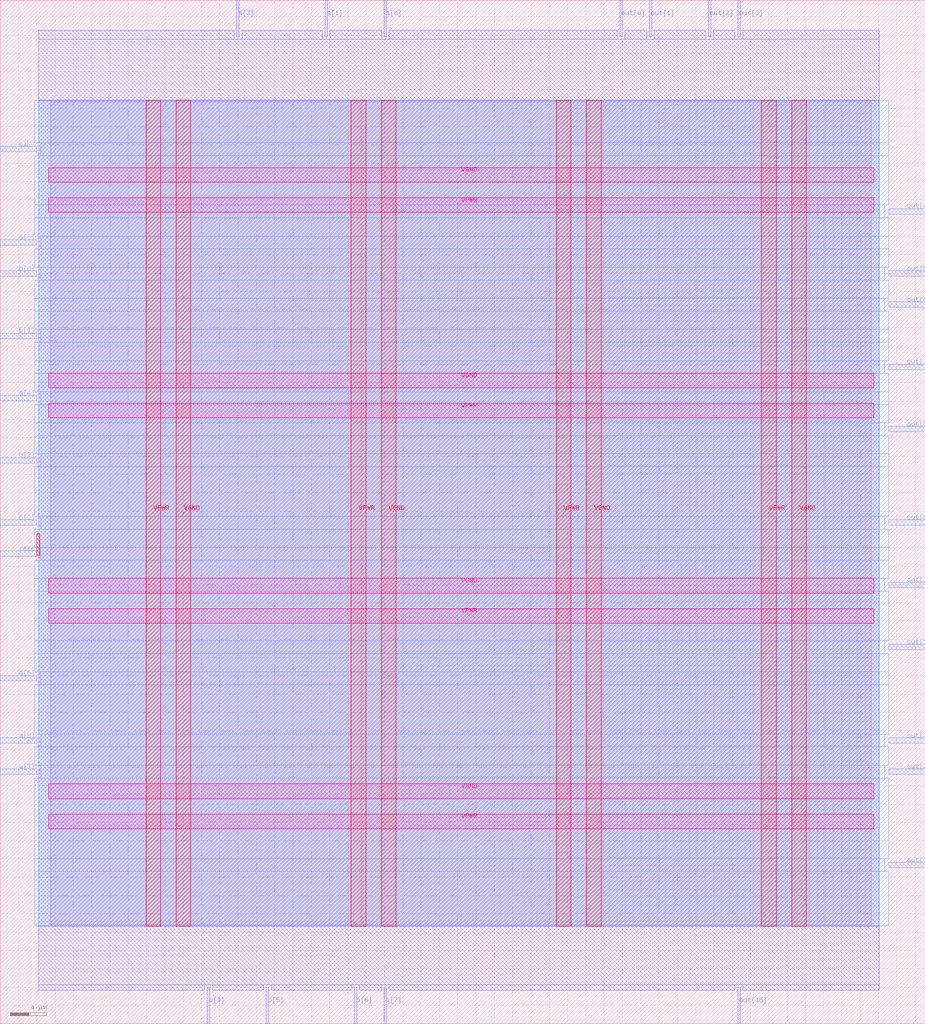
<source format=lef>
VERSION 5.7 ;
  NOWIREEXTENSIONATPIN ON ;
  DIVIDERCHAR "/" ;
  BUSBITCHARS "[]" ;
MACRO pipelined_multiplier
  CLASS BLOCK ;
  FOREIGN pipelined_multiplier ;
  ORIGIN 0.000 0.000 ;
  SIZE 101.095 BY 111.815 ;
  PIN VGND
    DIRECTION INOUT ;
    USE GROUND ;
    PORT
      LAYER met4 ;
        RECT 19.230 10.640 20.830 100.880 ;
    END
    PORT
      LAYER met4 ;
        RECT 41.655 10.640 43.255 100.880 ;
    END
    PORT
      LAYER met4 ;
        RECT 64.080 10.640 65.680 100.880 ;
    END
    PORT
      LAYER met4 ;
        RECT 86.505 10.640 88.105 100.880 ;
    END
    PORT
      LAYER met5 ;
        RECT 5.280 24.600 95.460 26.200 ;
    END
    PORT
      LAYER met5 ;
        RECT 5.280 47.040 95.460 48.640 ;
    END
    PORT
      LAYER met5 ;
        RECT 5.280 69.480 95.460 71.080 ;
    END
    PORT
      LAYER met5 ;
        RECT 5.280 91.920 95.460 93.520 ;
    END
  END VGND
  PIN VPWR
    DIRECTION INOUT ;
    USE POWER ;
    PORT
      LAYER met4 ;
        RECT 15.930 10.640 17.530 100.880 ;
    END
    PORT
      LAYER met4 ;
        RECT 38.355 10.640 39.955 100.880 ;
    END
    PORT
      LAYER met4 ;
        RECT 60.780 10.640 62.380 100.880 ;
    END
    PORT
      LAYER met4 ;
        RECT 83.205 10.640 84.805 100.880 ;
    END
    PORT
      LAYER met5 ;
        RECT 5.280 21.300 95.460 22.900 ;
    END
    PORT
      LAYER met5 ;
        RECT 5.280 43.740 95.460 45.340 ;
    END
    PORT
      LAYER met5 ;
        RECT 5.280 66.180 95.460 67.780 ;
    END
    PORT
      LAYER met5 ;
        RECT 5.280 88.620 95.460 90.220 ;
    END
  END VPWR
  PIN a[0]
    DIRECTION INPUT ;
    USE SIGNAL ;
    ANTENNAGATEAREA 0.196500 ;
    PORT
      LAYER met2 ;
        RECT 41.950 107.815 42.230 111.815 ;
    END
  END a[0]
  PIN a[1]
    DIRECTION INPUT ;
    USE SIGNAL ;
    ANTENNAGATEAREA 0.196500 ;
    PORT
      LAYER met2 ;
        RECT 35.510 107.815 35.790 111.815 ;
    END
  END a[1]
  PIN a[2]
    DIRECTION INPUT ;
    USE SIGNAL ;
    ANTENNAGATEAREA 0.196500 ;
    PORT
      LAYER met2 ;
        RECT 25.850 107.815 26.130 111.815 ;
    END
  END a[2]
  PIN a[3]
    DIRECTION INPUT ;
    USE SIGNAL ;
    ANTENNAGATEAREA 0.196500 ;
    PORT
      LAYER met3 ;
        RECT 0.000 85.040 4.000 85.640 ;
    END
  END a[3]
  PIN a[4]
    DIRECTION INPUT ;
    USE SIGNAL ;
    ANTENNAGATEAREA 0.196500 ;
    PORT
      LAYER met3 ;
        RECT 0.000 68.040 4.000 68.640 ;
    END
  END a[4]
  PIN a[5]
    DIRECTION INPUT ;
    USE SIGNAL ;
    ANTENNAGATEAREA 0.196500 ;
    PORT
      LAYER met3 ;
        RECT 0.000 37.440 4.000 38.040 ;
    END
  END a[5]
  PIN a[6]
    DIRECTION INPUT ;
    USE SIGNAL ;
    ANTENNAGATEAREA 0.196500 ;
    PORT
      LAYER met3 ;
        RECT 0.000 30.640 4.000 31.240 ;
    END
  END a[6]
  PIN a[7]
    DIRECTION INPUT ;
    USE SIGNAL ;
    ANTENNAGATEAREA 0.196500 ;
    PORT
      LAYER met3 ;
        RECT 0.000 27.240 4.000 27.840 ;
    END
  END a[7]
  PIN b[0]
    DIRECTION INPUT ;
    USE SIGNAL ;
    ANTENNAGATEAREA 0.196500 ;
    PORT
      LAYER met3 ;
        RECT 0.000 81.640 4.000 82.240 ;
    END
  END b[0]
  PIN b[1]
    DIRECTION INPUT ;
    USE SIGNAL ;
    ANTENNAGATEAREA 0.196500 ;
    PORT
      LAYER met3 ;
        RECT 0.000 74.840 4.000 75.440 ;
    END
  END b[1]
  PIN b[2]
    DIRECTION INPUT ;
    USE SIGNAL ;
    ANTENNAGATEAREA 0.196500 ;
    PORT
      LAYER met3 ;
        RECT 0.000 54.440 4.000 55.040 ;
    END
  END b[2]
  PIN b[3]
    DIRECTION INPUT ;
    USE SIGNAL ;
    ANTENNAGATEAREA 0.196500 ;
    PORT
      LAYER met3 ;
        RECT 0.000 61.240 4.000 61.840 ;
    END
  END b[3]
  PIN b[4]
    DIRECTION INPUT ;
    USE SIGNAL ;
    ANTENNAGATEAREA 0.196500 ;
    PORT
      LAYER met2 ;
        RECT 22.630 0.000 22.910 4.000 ;
    END
  END b[4]
  PIN b[5]
    DIRECTION INPUT ;
    USE SIGNAL ;
    ANTENNAGATEAREA 0.196500 ;
    PORT
      LAYER met2 ;
        RECT 29.070 0.000 29.350 4.000 ;
    END
  END b[5]
  PIN b[6]
    DIRECTION INPUT ;
    USE SIGNAL ;
    ANTENNAGATEAREA 0.196500 ;
    PORT
      LAYER met2 ;
        RECT 38.730 0.000 39.010 4.000 ;
    END
  END b[6]
  PIN b[7]
    DIRECTION INPUT ;
    USE SIGNAL ;
    ANTENNAGATEAREA 0.196500 ;
    PORT
      LAYER met2 ;
        RECT 41.950 0.000 42.230 4.000 ;
    END
  END b[7]
  PIN clk
    DIRECTION INPUT ;
    USE SIGNAL ;
    ANTENNAGATEAREA 0.742500 ;
    PORT
      LAYER met3 ;
        RECT 0.000 95.240 4.000 95.840 ;
    END
  END clk
  PIN out[0]
    DIRECTION OUTPUT TRISTATE ;
    USE SIGNAL ;
    ANTENNADIFFAREA 0.340600 ;
    PORT
      LAYER met2 ;
        RECT 67.710 107.815 67.990 111.815 ;
    END
  END out[0]
  PIN out[10]
    DIRECTION OUTPUT TRISTATE ;
    USE SIGNAL ;
    ANTENNADIFFAREA 0.340600 ;
    PORT
      LAYER met3 ;
        RECT 97.095 47.640 101.095 48.240 ;
    END
  END out[10]
  PIN out[11]
    DIRECTION OUTPUT TRISTATE ;
    USE SIGNAL ;
    ANTENNADIFFAREA 0.340600 ;
    PORT
      LAYER met3 ;
        RECT 97.095 40.840 101.095 41.440 ;
    END
  END out[11]
  PIN out[12]
    DIRECTION OUTPUT TRISTATE ;
    USE SIGNAL ;
    ANTENNADIFFAREA 0.340600 ;
    PORT
      LAYER met3 ;
        RECT 97.095 30.640 101.095 31.240 ;
    END
  END out[12]
  PIN out[13]
    DIRECTION OUTPUT TRISTATE ;
    USE SIGNAL ;
    ANTENNADIFFAREA 0.340600 ;
    PORT
      LAYER met3 ;
        RECT 97.095 27.240 101.095 27.840 ;
    END
  END out[13]
  PIN out[14]
    DIRECTION OUTPUT TRISTATE ;
    USE SIGNAL ;
    ANTENNADIFFAREA 0.340600 ;
    PORT
      LAYER met3 ;
        RECT 97.095 17.040 101.095 17.640 ;
    END
  END out[14]
  PIN out[15]
    DIRECTION OUTPUT TRISTATE ;
    USE SIGNAL ;
    ANTENNADIFFAREA 0.340600 ;
    PORT
      LAYER met2 ;
        RECT 80.590 0.000 80.870 4.000 ;
    END
  END out[15]
  PIN out[1]
    DIRECTION OUTPUT TRISTATE ;
    USE SIGNAL ;
    ANTENNADIFFAREA 0.340600 ;
    PORT
      LAYER met2 ;
        RECT 70.930 107.815 71.210 111.815 ;
    END
  END out[1]
  PIN out[2]
    DIRECTION OUTPUT TRISTATE ;
    USE SIGNAL ;
    ANTENNADIFFAREA 0.340600 ;
    PORT
      LAYER met2 ;
        RECT 77.370 107.815 77.650 111.815 ;
    END
  END out[2]
  PIN out[3]
    DIRECTION OUTPUT TRISTATE ;
    USE SIGNAL ;
    ANTENNADIFFAREA 0.340600 ;
    PORT
      LAYER met2 ;
        RECT 80.590 107.815 80.870 111.815 ;
    END
  END out[3]
  PIN out[4]
    DIRECTION OUTPUT TRISTATE ;
    USE SIGNAL ;
    ANTENNADIFFAREA 0.340600 ;
    PORT
      LAYER met3 ;
        RECT 97.095 88.440 101.095 89.040 ;
    END
  END out[4]
  PIN out[5]
    DIRECTION OUTPUT TRISTATE ;
    USE SIGNAL ;
    ANTENNADIFFAREA 0.340600 ;
    PORT
      LAYER met3 ;
        RECT 97.095 81.640 101.095 82.240 ;
    END
  END out[5]
  PIN out[6]
    DIRECTION OUTPUT TRISTATE ;
    USE SIGNAL ;
    ANTENNADIFFAREA 0.340600 ;
    PORT
      LAYER met3 ;
        RECT 97.095 78.240 101.095 78.840 ;
    END
  END out[6]
  PIN out[7]
    DIRECTION OUTPUT TRISTATE ;
    USE SIGNAL ;
    ANTENNADIFFAREA 0.340600 ;
    PORT
      LAYER met3 ;
        RECT 97.095 71.440 101.095 72.040 ;
    END
  END out[7]
  PIN out[8]
    DIRECTION OUTPUT TRISTATE ;
    USE SIGNAL ;
    ANTENNADIFFAREA 0.340600 ;
    PORT
      LAYER met3 ;
        RECT 97.095 64.640 101.095 65.240 ;
    END
  END out[8]
  PIN out[9]
    DIRECTION OUTPUT TRISTATE ;
    USE SIGNAL ;
    ANTENNADIFFAREA 0.340600 ;
    PORT
      LAYER met3 ;
        RECT 97.095 54.440 101.095 55.040 ;
    END
  END out[9]
  PIN reset
    DIRECTION INPUT ;
    USE SIGNAL ;
    ANTENNAGATEAREA 0.213000 ;
    PORT
      LAYER met3 ;
        RECT 0.000 51.040 4.000 51.640 ;
    END
  END reset
  OBS
      LAYER li1 ;
        RECT 5.520 10.795 95.220 100.725 ;
      LAYER met1 ;
        RECT 4.210 10.640 96.070 100.880 ;
      LAYER met2 ;
        RECT 4.230 107.535 25.570 108.530 ;
        RECT 26.410 107.535 35.230 108.530 ;
        RECT 36.070 107.535 41.670 108.530 ;
        RECT 42.510 107.535 67.430 108.530 ;
        RECT 68.270 107.535 70.650 108.530 ;
        RECT 71.490 107.535 77.090 108.530 ;
        RECT 77.930 107.535 80.310 108.530 ;
        RECT 81.150 107.535 96.050 108.530 ;
        RECT 4.230 4.280 96.050 107.535 ;
        RECT 4.230 3.670 22.350 4.280 ;
        RECT 23.190 3.670 28.790 4.280 ;
        RECT 29.630 3.670 38.450 4.280 ;
        RECT 39.290 3.670 41.670 4.280 ;
        RECT 42.510 3.670 80.310 4.280 ;
        RECT 81.150 3.670 96.050 4.280 ;
      LAYER met3 ;
        RECT 3.750 96.240 97.095 100.805 ;
        RECT 4.400 94.840 97.095 96.240 ;
        RECT 3.750 89.440 97.095 94.840 ;
        RECT 3.750 88.040 96.695 89.440 ;
        RECT 3.750 86.040 97.095 88.040 ;
        RECT 4.400 84.640 97.095 86.040 ;
        RECT 3.750 82.640 97.095 84.640 ;
        RECT 4.400 81.240 96.695 82.640 ;
        RECT 3.750 79.240 97.095 81.240 ;
        RECT 3.750 77.840 96.695 79.240 ;
        RECT 3.750 75.840 97.095 77.840 ;
        RECT 4.400 74.440 97.095 75.840 ;
        RECT 3.750 72.440 97.095 74.440 ;
        RECT 3.750 71.040 96.695 72.440 ;
        RECT 3.750 69.040 97.095 71.040 ;
        RECT 4.400 67.640 97.095 69.040 ;
        RECT 3.750 65.640 97.095 67.640 ;
        RECT 3.750 64.240 96.695 65.640 ;
        RECT 3.750 62.240 97.095 64.240 ;
        RECT 4.400 60.840 97.095 62.240 ;
        RECT 3.750 55.440 97.095 60.840 ;
        RECT 4.400 54.040 96.695 55.440 ;
        RECT 3.750 52.040 97.095 54.040 ;
        RECT 4.400 50.640 97.095 52.040 ;
        RECT 3.750 48.640 97.095 50.640 ;
        RECT 3.750 47.240 96.695 48.640 ;
        RECT 3.750 41.840 97.095 47.240 ;
        RECT 3.750 40.440 96.695 41.840 ;
        RECT 3.750 38.440 97.095 40.440 ;
        RECT 4.400 37.040 97.095 38.440 ;
        RECT 3.750 31.640 97.095 37.040 ;
        RECT 4.400 30.240 96.695 31.640 ;
        RECT 3.750 28.240 97.095 30.240 ;
        RECT 4.400 26.840 96.695 28.240 ;
        RECT 3.750 18.040 97.095 26.840 ;
        RECT 3.750 16.640 96.695 18.040 ;
        RECT 3.750 10.715 97.095 16.640 ;
      LAYER met4 ;
        RECT 3.975 51.175 4.305 53.545 ;
  END
END pipelined_multiplier
END LIBRARY


</source>
